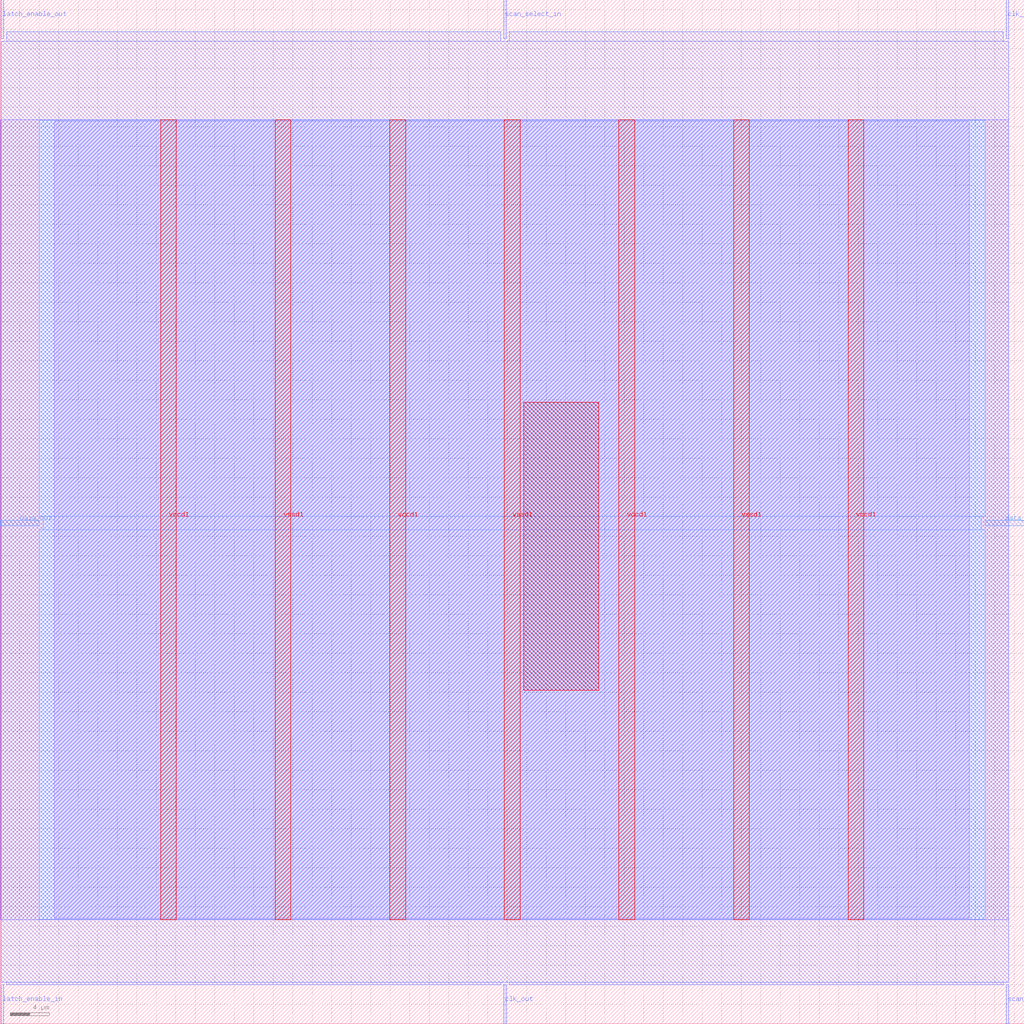
<source format=lef>
VERSION 5.7 ;
  NOWIREEXTENSIONATPIN ON ;
  DIVIDERCHAR "/" ;
  BUSBITCHARS "[]" ;
MACRO scan_wrapper_hamming74
  CLASS BLOCK ;
  FOREIGN scan_wrapper_hamming74 ;
  ORIGIN 0.000 0.000 ;
  SIZE 105.000 BY 105.000 ;
  PIN clk_in
    DIRECTION INPUT ;
    USE SIGNAL ;
    PORT
      LAYER met2 ;
        RECT 103.130 101.000 103.410 105.000 ;
    END
  END clk_in
  PIN clk_out
    DIRECTION OUTPUT TRISTATE ;
    USE SIGNAL ;
    PORT
      LAYER met2 ;
        RECT 51.610 0.000 51.890 4.000 ;
    END
  END clk_out
  PIN data_in
    DIRECTION INPUT ;
    USE SIGNAL ;
    PORT
      LAYER met3 ;
        RECT 101.000 51.040 105.000 51.640 ;
    END
  END data_in
  PIN data_out
    DIRECTION OUTPUT TRISTATE ;
    USE SIGNAL ;
    PORT
      LAYER met3 ;
        RECT 0.000 51.040 4.000 51.640 ;
    END
  END data_out
  PIN latch_enable_in
    DIRECTION INPUT ;
    USE SIGNAL ;
    PORT
      LAYER met2 ;
        RECT 0.090 0.000 0.370 4.000 ;
    END
  END latch_enable_in
  PIN latch_enable_out
    DIRECTION OUTPUT TRISTATE ;
    USE SIGNAL ;
    PORT
      LAYER met2 ;
        RECT 0.090 101.000 0.370 105.000 ;
    END
  END latch_enable_out
  PIN scan_select_in
    DIRECTION INPUT ;
    USE SIGNAL ;
    PORT
      LAYER met2 ;
        RECT 51.610 101.000 51.890 105.000 ;
    END
  END scan_select_in
  PIN scan_select_out
    DIRECTION OUTPUT TRISTATE ;
    USE SIGNAL ;
    PORT
      LAYER met2 ;
        RECT 103.130 0.000 103.410 4.000 ;
    END
  END scan_select_out
  PIN vccd1
    DIRECTION INOUT ;
    USE POWER ;
    PORT
      LAYER met4 ;
        RECT 16.465 10.640 18.065 92.720 ;
    END
    PORT
      LAYER met4 ;
        RECT 39.955 10.640 41.555 92.720 ;
    END
    PORT
      LAYER met4 ;
        RECT 63.445 10.640 65.045 92.720 ;
    END
    PORT
      LAYER met4 ;
        RECT 86.935 10.640 88.535 92.720 ;
    END
  END vccd1
  PIN vssd1
    DIRECTION INOUT ;
    USE GROUND ;
    PORT
      LAYER met4 ;
        RECT 28.210 10.640 29.810 92.720 ;
    END
    PORT
      LAYER met4 ;
        RECT 51.700 10.640 53.300 92.720 ;
    END
    PORT
      LAYER met4 ;
        RECT 75.190 10.640 76.790 92.720 ;
    END
  END vssd1
  OBS
      LAYER li1 ;
        RECT 5.520 10.795 99.360 92.565 ;
      LAYER met1 ;
        RECT 0.070 10.640 103.430 92.720 ;
      LAYER met2 ;
        RECT 0.650 100.720 51.330 101.730 ;
        RECT 52.170 100.720 102.850 101.730 ;
        RECT 0.100 4.280 103.400 100.720 ;
        RECT 0.650 4.000 51.330 4.280 ;
        RECT 52.170 4.000 102.850 4.280 ;
      LAYER met3 ;
        RECT 4.000 52.040 101.000 92.645 ;
        RECT 4.400 50.640 100.600 52.040 ;
        RECT 4.000 10.715 101.000 50.640 ;
      LAYER met4 ;
        RECT 53.700 34.175 61.345 63.745 ;
  END
END scan_wrapper_hamming74
END LIBRARY


</source>
